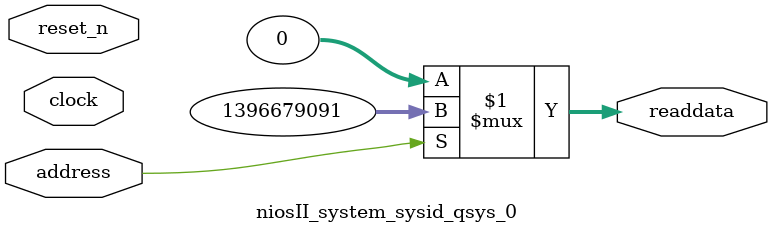
<source format=v>

`timescale 1ns / 1ps
// synthesis translate_on

// turn off superfluous verilog processor warnings 
// altera message_level Level1 
// altera message_off 10034 10035 10036 10037 10230 10240 10030 

module niosII_system_sysid_qsys_0 (
               // inputs:
                address,
                clock,
                reset_n,

               // outputs:
                readdata
             )
;

  output  [ 31: 0] readdata;
  input            address;
  input            clock;
  input            reset_n;

  wire    [ 31: 0] readdata;
  //control_slave, which is an e_avalon_slave
  assign readdata = address ? 1396679091 : 0;

endmodule




</source>
